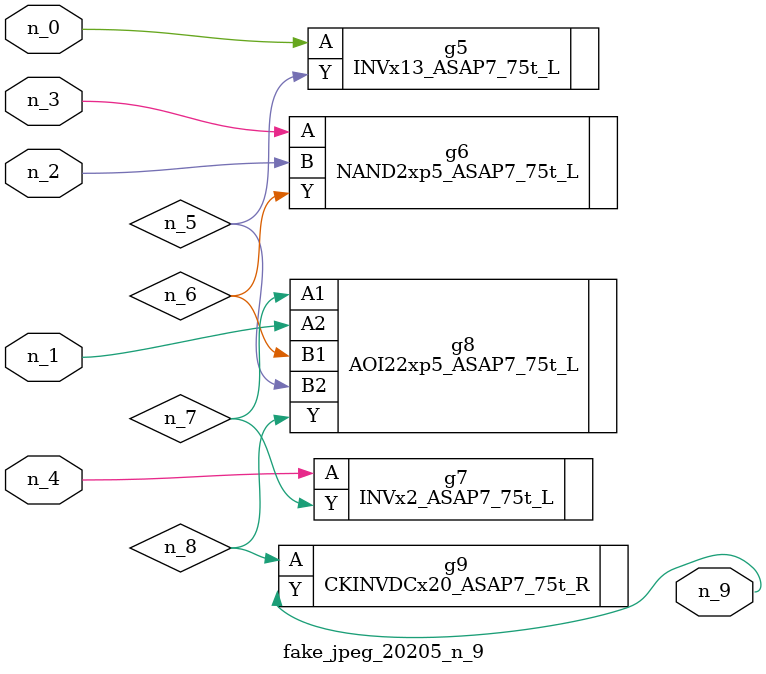
<source format=v>
module fake_jpeg_20205_n_9 (n_3, n_2, n_1, n_0, n_4, n_9);

input n_3;
input n_2;
input n_1;
input n_0;
input n_4;

output n_9;

wire n_8;
wire n_6;
wire n_5;
wire n_7;

INVx13_ASAP7_75t_L g5 ( 
.A(n_0),
.Y(n_5)
);

NAND2xp5_ASAP7_75t_L g6 ( 
.A(n_3),
.B(n_2),
.Y(n_6)
);

INVx2_ASAP7_75t_L g7 ( 
.A(n_4),
.Y(n_7)
);

AOI22xp5_ASAP7_75t_L g8 ( 
.A1(n_7),
.A2(n_1),
.B1(n_6),
.B2(n_5),
.Y(n_8)
);

CKINVDCx20_ASAP7_75t_R g9 ( 
.A(n_8),
.Y(n_9)
);


endmodule
</source>
